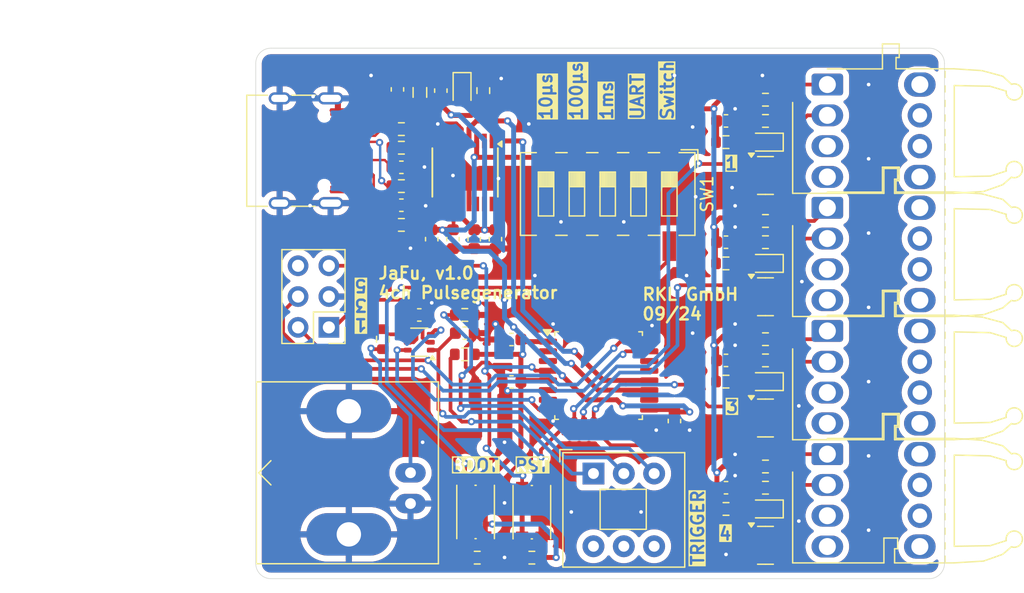
<source format=kicad_pcb>
(kicad_pcb (version 20240108) (generator "pcbnew") (generator_version "8.0")
  (layers (0 "F.Cu" signal) (31 "B.Cu" signal) (34 "B.Paste" user) (35 "F.Paste" user) (36 "B.SilkS" user "B.Silkscreen") (37 "F.SilkS" user "F.Silkscreen") (38 "B.Mask" user) (39 "F.Mask" user) (44 "Edge.Cuts" user))
  (net 0 "")
  (net 1 "GND")
  (net 2 "+5V")
  (net 3 "+3V3")
  (net 4 "Net-(D1-A)")
  (net 5 "Net-(D2-K)")
  (net 6 "Net-(D2-A)")
  (net 7 "Net-(D3-A)")
  (net 8 "Net-(D3-K)")
  (net 9 "Net-(D4-A)")
  (net 10 "Net-(D4-K)")
  (net 11 "Net-(U3-1A)")
  (net 12 "Net-(D5-A)")
  (net 13 "/CH_1")
  (net 14 "/CH_2")
  (net 15 "/CH_3")
  (net 16 "/CH_4")
  (net 17 "Net-(D1-K)")
  (net 18 "Net-(J2-In)")
  (net 19 "Net-(R4-Pad2)")
  (net 20 "Net-(U1-BOOT0)")
  (net 21 "/USBDP")
  (net 22 "/USBDM")
  (net 23 "Net-(R22-Pad1)")
  (net 27 "/UART_uC_RX")
  (net 28 "/UART_uC_TX")
  (net 29 "/~{RST}")
  (net 30 "/SWDCLK")
  (net 31 "/SWDIO")
  (net 32 "Net-(U1-PB7)")
  (net 33 "Net-(U1-PB6)")
  (net 34 "Net-(U1-PB5)")
  (net 35 "Net-(U1-PB4)")
  (net 36 "Net-(U1-PB3)")
  (net 37 "Net-(R13-Pad2)")
  (net 38 "Net-(U3-2Y)")
  (net 39 "Net-(R17-Pad2)")
  (net 40 "Net-(R20-Pad2)")
  (net 41 "Net-(R23-Pad1)")
  (net 43 "/SW_IN")
  (net 53 "/BNC_OUT")
  (net 61 "Net-(C1-Pad1)")
  (net 62 "Net-(C2-Pad1)")
  (net 63 "Net-(C3-Pad1)")
  (net 65 "Net-(J1-CC1)")
  (net 67 "Net-(J1-CC2)")
  (footprint "Button_Switch_THT:SW_Push_2P2T_Toggle_CK_PVA2OAH5xxxxxxV2" (layer "F.Cu") (at 175.8275 111.0775)
    (property "Reference" "SW3" (hide yes))
    (property "Value" "SW_Push_DPDT")
  )
  (footprint "LED_SMD:LED_0603_1608Metric" (layer "F.Cu") (at 189.98 83.75 180)
    (property "Reference" "D1" (hide yes))
    (property "Value" "LED Blue 20mA")
  )
  (footprint "LED_SMD:LED_0603_1608Metric" (layer "F.Cu") (at 165 79.5 -90)
    (property "Reference" "D5" (hide yes))
    (property "Value" "LED Blue 20mA")
  )
  (footprint "Resistor_SMD:R_0603_1608Metric" (layer "F.Cu") (at 186.75 83.75 180)
    (property "Reference" "R1" (hide yes))
    (property "Value" "470")
  )
  (footprint "Capacitor_SMD:C_0603_1608Metric" (layer "F.Cu") (at 186.75 82)
    (property "Reference" "C10" (hide yes))
    (property "Value" "4u7 / 35V")
  )
  (footprint "LED_SMD:LED_0603_1608Metric" (layer "F.Cu") (at 189.98 114 180)
    (property "Reference" "D4" (hide yes))
    (property "Value" "LED Blue 20mA")
  )
  (footprint "Connector_USB:USB_C_Receptacle_G-Switch_GT-USB-7010ASV" (layer "F.Cu") (at 151.0425 84.46 -90)
    (property "Reference" "J1" (hide yes))
    (property "Value" "USB_C_Receptacle_USB2.0_16P")
  )
  (footprint "Package_QFP:LQFP-32_7x7mm_P0.8mm" (layer "F.Cu") (at 176.25 103)
    (property "Reference" "U1" (hide yes))
    (property "Value" "STM32F030K6Tx")
  )
  (footprint "Capacitor_SMD:C_0603_1608Metric" (layer "F.Cu") (at 165.225 99.5)
    (property "Reference" "C11" (hide yes))
    (property "Value" "4u7 / 35V")
  )
  (footprint "Resistor_SMD:R_0603_1608Metric" (layer "F.Cu") (at 190 82)
    (property "Reference" "R4" (hide yes))
    (property "Value" "470")
  )
  (footprint "Connector_PinHeader_2.54mm:PinHeader_2x03_P2.54mm_Vertical" (layer "F.Cu") (at 154.025 99.025 180)
    (property "Reference" "J3" (hide yes))
    (property "Value" "Conn_02x03_Odd_Even")
  )
  (footprint "Resistor_SMD:R_0603_1608Metric" (layer "F.Cu") (at 166.75 79.5 -90)
    (property "Reference" "R24" (hide yes))
    (property "Value" "470")
  )
  (footprint "Package_TO_SOT_SMD:SOT-23" (layer "F.Cu") (at 190 86.5)
    (property "Reference" "Q1" (hide yes))
    (property "Value" "BSS138")
  )
  (footprint "Resistor_SMD:R_0603_1608Metric" (layer "F.Cu") (at 166.25 118.0175 180)
    (property "Reference" "R2" (hide yes))
    (property "Value" "470")
  )
  (footprint "Resistor_SMD:R_0603_1608Metric" (layer "F.Cu") (at 190 110.5)
    (property "Reference" "R20" (hide yes))
    (property "Value" "470")
  )
  (footprint "LED_SMD:LED_0603_1608Metric" (layer "F.Cu") (at 189.98 103.5 180)
    (property "Reference" "D3" (hide yes))
    (property "Value" "LED Blue 20mA")
  )
  (footprint "Resistor_SMD:R_0603_1608Metric" (layer "F.Cu") (at 160 90.575)
    (property "Reference" "R11" (hide yes))
    (property "Value" "5k1")
  )
  (footprint "Resistor_SMD:R_0603_1608Metric" (layer "F.Cu") (at 158.475 100 -90)
    (property "Reference" "R16" (hide yes))
    (property "Value" "470")
  )
  (footprint "Capacitor_SMD:C_0603_1608Metric" (layer "F.Cu") (at 182.5 106.75 -90)
    (property "Reference" "C13" (hide yes))
    (property "Value" "4u7 / 35V")
  )
  (footprint "Resistor_SMD:R_0603_1608Metric" (layer "F.Cu") (at 160 84.21)
    (property "Reference" "R27" (hide yes))
    (property "Value" "27")
  )
  (footprint "JaFu_Lib:HFBR-252x" (layer "F.Cu") (at 195.100177 109.48 -90)
    (property "Reference" "XT4" (hide yes))
    (property "Value" "HFBR-1521")
  )
  (footprint "Resistor_SMD:R_0603_1608Metric" (layer "F.Cu") (at 186.75 103.5 180)
    (property "Reference" "R15" (hide yes))
    (property "Value" "470")
  )
  (footprint "LED_SMD:LED_0603_1608Metric" (layer "F.Cu") (at 189.98 93.75 180)
    (property "Reference" "D2" (hide yes))
    (property "Value" "LED Blue 20mA")
  )
  (footprint "Button_Switch_SMD:SW_Push_1P1T_NO_CK_KMR2" (layer "F.Cu") (at 166.115 114.25 90)
    (property "Reference" "SW2" (hide yes))
    (property "Value" "SW_Push")
  )
  (footprint "Package_TO_SOT_SMD:SOT-363_SC-70-6" (layer "F.Cu") (at 161.475 100.25 180)
    (property "Reference" "U3" (hide yes))
    (property "Value" "SN74LVC2G14DCKR")
  )
  (footprint "Resistor_SMD:R_0603_1608Metric" (layer "F.Cu") (at 165.225 101.25)
    (property "Reference" "R22" (hide yes))
    (property "Value" "4k7")
  )
  (footprint "Capacitor_SMD:C_0603_1608Metric" (layer "F.Cu") (at 160 88.95)
    (property "Reference" "C1" (hide yes))
    (property "Value" "47p / 50V / NP0")
  )
  (footprint "Button_Switch_SMD:SW_Push_1P1T_NO_CK_KMR2" (layer "F.Cu") (at 170.75 114.2675 90)
    (property "Reference" "SW4" (hide yes))
    (property "Value" "SW_Push")
  )
  (footprint "Capacitor_SMD:C_0603_1608Metric" (layer "F.Cu") (at 186.75 112.25)
    (property "Reference" "C7" (hide yes))
    (property "Value" "4u7 / 35V")
  )
  (footprint "Connector_Coaxial:BNC_Amphenol_B6252HB-NPP3G-50_Horizontal" (layer "F.Cu") (at 160.75 111.0175 90)
    (property "Reference" "J2" (hide yes))
    (property "Value" "Conn_Coaxial")
  )
  (footprint "Capacitor_SMD:C_0603_1608Metric" (layer "F.Cu") (at 161.475 98)
    (property "Reference" "C15" (hide yes))
    (property "Value" "4u7 / 35V")
  )
  (footprint "Capacitor_SMD:C_0603_1608Metric" (layer "F.Cu") (at 169.0725 103.525 180)
    (property "Reference" "C17" (hide yes))
    (property "Value" "4u7 / 35V")
  )
  (footprint "Capacitor_SMD:C_0603_1608Metric" (layer "F.Cu") (at 167.75 91.75 -90)
    (property "Reference" "C9" (hide yes))
    (property "Value" "4u7 / 35V")
  )
  (footprint "Resistor_SMD:R_0603_1608Metric" (layer "F.Cu") (at 160 87.375)
    (property "Reference" "R26" (hide yes))
    (property "Value" "27")
  )
  (footprint "Package_SO:SSOP-16_3.9x4.9mm_P0.635mm" (layer "F.Cu") (at 165.25 86.25 -90)
    (property "Reference" "U2" (hide yes))
    (property "Value" "FT230XS")
  )
  (footprint "Package_TO_SOT_SMD:SOT-23" (layer "F.Cu") (at 190 117)
    (property "Reference" "Q4" (hide yes))
    (property "Value" "BSS138")
  )
  (footprint "Resistor_SMD:R_0603_1608Metric" (layer "F.Cu") (at 190 101.75)
    (property "Reference" "R18" (hide yes))
    (property "Value" "470")
  )
  (footprint "Package_TO_SOT_SMD:SOT-23" (layer "F.Cu") (at 190 96.5)
    (property "Reference" "Q2" (hide yes))
    (property "Value" "BSS138")
  )
  (footprint "JaFu_Lib:HFBR-252x" (layer "F.Cu") (at 195.100177 99.32 -90)
    (property "Reference" "XT3" (hide yes))
    (property "Value" "HFBR-1521")
  )
  (footprint "Resistor_SMD:R_0603_1608Metric" (layer "F.Cu") (at 186.75 93.75 180)
    (property "Reference" "R12" (hide yes))
    (property "Value" "470")
  )
  (footprint "Capacitor_SMD:C_0603_1608Metric" (layer "F.Cu") (at 186.75 101.75)
    (property "Reference" "C6" (hide yes))
    (property "Value" "4u7 / 35V")
  )
  (footprint "JaFu_Lib:HFBR-252x" (layer "F.Cu") (at 195.100177 79 -90)
    (property "Reference" "XT1" (hide yes))
    (property "Value" "HFBR-1521")
  )
  (footprint "Resistor_SMD:R_0603_1608Metric" (layer "F.Cu") (at 190 100)
    (property "Reference" "R17" (hide yes))
    (property "Value" "470")
  )
  (footprint "JaFu_Lib:HFBR-252x" (layer "F.Cu") (at 195.100177 89.16 -90)
    (property "Reference" "XT2" (hide yes))
    (property "Value" "HFBR-1521")
  )
  (footprint "Capacitor_SMD:C_0603_1608Metric" (layer "F.Cu") (at 159.675 79.4 90)
    (property "Reference" "C3" (hide yes))
    (property "Value" "4u7 / 35V")
  )
  (footprint "Resistor_SMD:R_0603_1608Metric" (layer "F.Cu") (at 160 82.675)
    (property "Reference" "R10" (hide yes))
    (property "Value" "5k1")
  )
  (footprint "Resistor_SMD:R_0603_1608Metric" (layer "F.Cu") (at 186.75 114 180)
    (property "Reference" "R19" (hide yes))
    (property "Value" "470")
  )
  (footprint "Capacitor_SMD:C_0603_1608Metric" (layer "F.Cu") (at 169.0725 100.025 180)
    (property "Reference" "C14" (hide yes))
    (property "Value" "4u7 / 35V")
  )
  (footprint "Resistor_SMD:R_0603_1608Metric" (layer "F.Cu") (at 190 80.25)
    (property "Reference" "R5" (hide yes))
    (property "Value" "470")
  )
  (footprint "Resistor_SMD:R_0603_1608Metric" (layer "F.Cu") (at 190 92)
    (property "Reference" "R13" (hide yes))
    (property "Value" "470")
  )
  (footprint "Capacitor_SMD:C_0603_1608Metric" (layer "F.Cu") (at 166 91.75 -90)
    (property "Reference" "C8" (hide yes))
    (property "Value" "4u7 / 35V")
  )
  (footprint "Resistor_SMD:R_0603_1608Metric" (layer "F.Cu") (at 190 112.25)
    (property "Reference" "R21" (hide yes))
    (property "Value" "470")
  )
  (footprint "Capacitor_SMD:C_0603_1608Metric" (layer "F.Cu") (at 162.5 91.75 -90)
    (property "Reference" "C16" (hide yes))
    (property "Value" "4u7 / 35V")
  )
  (footprint "Resistor_SMD:R_0603_1608Metric" (layer "F.Cu") (at 170.75 118.0175)
    (property "Reference" "R25" (hide yes))
    (property "Value" "470")
  )
  (footprint "Capacitor_SMD:C_0603_1608Metric" (layer "F.Cu") (at 160 85.825)
    (property "Reference" "C2" (hide yes))
    (property "Value" "47p / 50V / NP0")
  )
  (footprint "Button_Switch_SMD:SW_DIP_SPSTx05_Slide_6.7x14.26mm_W8.61mm_P2.54mm_LowProfile" (layer "F.Cu") (at 177 88.025 -90)
    (property "Reference" "SW1")
    (property "Value" "SW_DIP_x05")
  )
  (footprint "Capacitor_SMD:C_0603_1608Metric" (layer "F.Cu") (at 186.75 92)
    (property "Reference" "C5" (hide yes))
    (property "Value" "4u7 / 35V")
  )
  (footprint "Resistor_SMD:R_0603_1608Metric" (layer "F.Cu") (at 165.225 98)
    (property "Reference" "R23" (hide yes))
    (property "Value" "4k7")
  )
  (footprint "Capacitor_SMD:C_0603_1608Metric" (layer "F.Cu") (at 164.25 91.75 -90)
    (property "Reference" "C12" (hide yes))
    (property "Value" "4u7 / 35V")
  )
  (footprint "Resistor_SMD:R_0603_1608Metric" (layer "F.Cu") (at 190 90.25)
    (property "Reference" "R14" (hide yes))
    (property "Value" "470")
  )
  (footprint "Inductor_SMD:L_0805_2012Metric" (layer "F.Cu") (at 161.525 79.65 -90)
    (property "Reference" "FB1" (hide yes))
    (property "Value" "FerriteBead_Small")
  )
  (footprint "Package_TO_SOT_SMD:SOT-23" (layer "F.Cu") (at 190 106.5)
    (property "Reference" "Q3" (hide yes))
    (property "Value" "BSS138")
  )
  (footprint "Capacitor_SMD:C_0603_1608Metric" (layer "F.Cu") (at 163.25 79.5 90)
    (property "Reference" "C4" (hide yes))
    (property "Value" "4u7 / 35V")
  )
  (gr_arc (start 149.25 119.75) (mid 148.366117 119.383883) (end 148 118.5) (stroke (width 0.05)) (layer "Edge.Cuts"))
  (gr_arc (start 204.75 118.5) (mid 204.383883 119.383883) (end 203.5 119.75) (stroke (width 0.05)) (layer "Edge.Cuts"))
  (gr_line (start 204.75 118.5) (end 204.75 77.25) (stroke (width 0.05)) (layer "Edge.Cuts"))
  (gr_line (start 147.999998 77.249998) (end 147.999998 118.5) (stroke (width 0.05)) (layer "Edge.Cuts"))
  (gr_line (start 149.25 119.75) (end 203.5 119.75) (stroke (width 0.05)) (layer "Edge.Cuts"))
  (gr_arc (start 203.5 76) (mid 204.383883 76.366117) (end 204.75 77.25) (stroke (width 0.05)) (layer "Edge.Cuts"))
  (gr_line (start 203.5 76) (end 149.249998 76) (stroke (width 0.05)) (layer "Edge.Cuts"))
  (gr_arc (start 147.999998 77.249998) (mid 148.366115 76.366115) (end 149.249998 75.999998) (stroke (width 0.05)) (layer "Edge.Cuts"))
  (gr_text "3" (at 186.65 106.175 0) (layer "F.SilkS" knockout) (effects (font (size 1 1) (thickness 0.2) (bold yes)) (justify left bottom)))
  (gr_text "1" (at 186.575 86.125 0) (layer "F.SilkS" knockout) (effects (font (size 1 1) (thickness 0.2) (bold yes)) (justify left bottom)))
  (gr_text "RST" (at 169.25 111 0) (layer "F.SilkS" knockout) (effects (font (size 1 1) (thickness 0.2) (bold yes)) (justify left bottom)))
  (gr_text "UART" (at 180 82 90) (layer "F.SilkS" knockout) (effects (font (size 1 1) (thickness 0.2) (bold yes)) (justify left bottom)))
  (gr_text "Switch" (at 182.5 82 90) (layer "F.SilkS" knockout) (effects (font (size 1 1) (thickness 0.2) (bold yes)) (justify left bottom)))
  (gr_text "1\n3\n5" (at 157.25 95 180) (layer "F.SilkS" knockout) (effects (font (size 1 1) (thickness 0.2) (bold yes)) (justify left bottom)))
  (gr_text "1ms" (at 177.5 82 90) (layer "F.SilkS" knockout) (effects (font (size 1 1) (thickness 0.2) (bold yes)) (justify left bottom)))
  (gr_text "RKL GmbH\n09/24" (at 179.75 98.5 0) (layer "F.SilkS") (effects (font (size 1 1) (thickness 0.2) (bold yes)) (justify left bottom)))
  (gr_text "10µs" (at 172.5 82 90) (layer "F.SilkS" knockout) (effects (font (size 1 1) (thickness 0.2) (bold yes)) (justify left bottom)))
  (gr_text "JaFu, v1.0\n4ch Pulsegenerator" (at 158 96.75 0) (layer "F.SilkS") (effects (font (size 1 1) (thickness 0.2) (bold yes)) (justify left bottom)))
  (gr_text "BOOT" (at 164 111 0) (layer "F.SilkS" knockout) (effects (font (size 1 1) (thickness 0.2) (bold yes)) (justify left bottom)))
  (gr_text "100µs" (at 175 82 90) (layer "F.SilkS" knockout) (effects (font (size 1 1) (thickness 0.2) (bold yes)) (justify left bottom)))
  (gr_text "TRIGGER" (at 185 118.75 90) (layer "F.SilkS" knockout) (effects (font (size 1 1) (thickness 0.2) (bold yes)) (justify left bottom)))
  (gr_text "4" (at 186.075 116.65 0) (layer "F.SilkS" knockout) (effects (font (size 1 1) (thickness 0.2) (bold yes)) (justify left bottom)))
  (segment (start 165.5675 88.85) (end 165.5675 85.8175) (width 0.4064) (layer "F.Cu") (net 1))
  (segment (start 171.55 112.2175) (end 171.55 111.3) (width 0.2) (layer "F.Cu") (net 1))
  (segment (start 165.875 102.686754) (end 165.875 102.875) (width 0.3048) (layer "F.Cu") (net 1))
  (segment (start 166.5 108) (end 166 108.5) (width 0.3048) (layer "F.Cu") (net 1))
  (segment (start 168.2975 103.525) (end 168.2975 103.7975) (width 0.3048) (layer "F.Cu") (net 1))
  (segment (start 187.525 101.75) (end 187.525 100.525) (width 0.3048) (layer "F.Cu") (net 1))
  (segment (start 166.25 103.25) (end 166.25 105.25) (width 0.3048) (layer "F.Cu") (net 1))
  (segment (start 162.425 100.25) (end 162.10744 100.25) (width 0.3048) (layer "F.Cu") (net 1))
  (segment (start 187.525 111.275) (end 187.5 111.25) (width 0.3048) (layer "F.Cu") (net 1))
  (segment (start 162.25 98) (end 162.25 97.25) (width 0.3048) (layer "F.Cu") (net 1))
  (segment (start 164.9325 83.65) (end 164.9325 85.1825) (width 0.4064) (layer "F.Cu") (net 1))
  (segment (start 164.9325 82.6786) (end 164.5039 82.25) (width 0.4064) (layer "F.Cu") (net 1))
  (segment (start 167.173428 101.925928) (end 166.635826 101.925928) (width 0.3048) (layer "F.Cu") (net 1))
  (segment (start 165.5 97) (end 162.5 97) (width 0.3048) (layer "F.Cu") (net 1))
  (segment (start 168.2975 103.7975) (end 168.75 104.25) (width 0.3048) (layer "F.Cu") (net 1))
  (segment (start 187.5 81.975) (end 187.525 82) (width 0.3048) (layer "F.Cu") (net 1))
  (segment (start 166 98.05) (end 166.05 98) (width 0.3048) (layer "F.Cu") (net 1))
  (segment (start 165.2976 100.6774) (end 165.2976 102.2976) (width 0.3048) (layer "F.Cu") (net 1))
  (segment (start 166.5 105.5) (end 166.5 108) (width 0.3048) (layer "F.Cu") (net 1))
  (segment (start 166.05 97.55) (end 165.5 97) (width 0.3048) (layer "F.Cu") (net 1))
  (segment (start 164.9325 83.65) (end 164.9325 82.6786) (width 0.4064) (layer "F.Cu") (net 1))
  (segment (start 165.5675 85.8175) (end 164.9325 85.1825) (width 0.4064) (layer "F.Cu") (net 1))
  (segment (start 166 99.5) (end 166 99.975) (width 0.3048) (layer "F.Cu") (net 1))
  (segment (start 166 99.5) (end 166 98.05) (width 0.3048) (layer "F.Cu") (net 1))
  (segment (start 165.875 102.875) (end 166.25 103.25) (width 0.3048) (layer "F.Cu") (net 1))
  (segment (start 166.05 98) (end 166.05 97.55) (width 0.3048) (layer "F.Cu") (net 1))
  (segment (start 166.635826 101.925928) (end 165.875 102.686754) (width 0.3048) (layer "F.Cu") (net 1))
  (segment (start 187.525 90.775) (end 187.5 90.75) (width 0.3048) (layer "F.Cu") (net 1))
  (segment (start 171.55 111.3) (end 170.75 110.5) (width 0.2) (layer "F.Cu") (net 1))
  (segment (start 187.525 112.25) (end 187.525 111.275) (width 0.3048) (layer "F.Cu") (net 1))
  (segment (start 166.25 103.25) (end 166.25 103.5) (width 0.3048) (layer "F.Cu") (net 1))
  (segment (start 187.525 92) (end 187.525 90.775) (width 0.3048) (layer "F.Cu") (net 1))
  (segment (start 164.5 82.25) (end 163 82.25) (width 0.4064) (layer "F.Cu") (net 1))
  (segment (start 163 82.25) (end 163.25 82.25) (width 0.4064) (layer "F.Cu") (net 1))
  (segment (start 168.2975 103.525) (end 168.2975 103.05) (width 0.3048) (layer "F.Cu") (net 1))
  (segment (start 187.5 81) (end 187.5 81.975) (width 0.3048) (layer "F.Cu") (net 1))
  (segment (start 170.75 110.5) (end 170.75 108.25) (width 0.2) (layer "F.Cu") (net 1))
  (segment (start 168.2975 103.05) (end 167.173428 101.925928) (width 0.3048) (layer "F.Cu") (net 1))
  (segment (start 162.10744 100.25) (end 161.7476 99.89016) (width 0.3048) (layer "F.Cu") (net 1))
  (segment (start 168.2975 100.025) (end 166.525 100.025) (width 0.3048) (layer "F.Cu") (net 1))
  (segment (start 161.7476 98.5024) (end 162.25 98) (width 0.3048) (layer "F.Cu") (net 1))
  (segment (start 187.525 100.525) (end 187.5 100.5) (width 0.3048) (layer "F.Cu") (net 1))
  (segment (start 162.25 97.25) (end 162.5 97) (width 0.3048) (layer "F.Cu") (net 1))
  (segment (start 164.5039 82.25) (end 164.5 82.25) (width 0.4064) (layer "F.Cu") (net 1))
  (segment (start 166.25 105.25) (end 166.5 105.5) (width 0.3048) (layer "F.Cu") (net 1))
  (segment (start 166.525 100.025) (end 166 99.5) (width 0.3048) (layer "F.Cu") (net 1))
  (segment (start 161.7476 99.89016) (end 161.7476 98.5024) (width 0.3048) (layer "F.Cu") (net 1))
  (segment (start 171 94.75) (end 166.25 94.75) (width 0.2) (layer "F.Cu") (net 1))
  (segment (start 166 99.975) (end 165.2976 100.6774) (width 0.3048) (layer "F.Cu") (net 1))
  (segment (start 170.75 108.25) (end 171.25 107.75) (width 0.2) (layer "F.Cu") (net 1))
  (segment (start 165.2976 102.2976) (end 165.875 102.875) (width 0.3048) (layer "F.Cu") (net 1))
  (via (at 184 82.5) (size 0.6) (drill 0.3) (layers "F.Cu" "B.Cu") (net 1))
  (via (at 186.75 117.75) (size 0.6) (drill 0.3) (layers "F.Cu" "B.Cu") (net 1))
  (via (at 171 94.75) (size 0.6) (drill 0.3) (layers "F.Cu" "B.Cu") (net 1))
  (via (at 198.5 91.25) (size 0.6) (drill 0.3) (layers "F.Cu" "B.Cu") (net 1))
  (via (at 184.25 88.25) (size 0.6) (drill 0.3) (layers "F.Cu" "B.Cu") (net 1))
  (via (at 160.75 92.5) (size 0.6) (drill 0.3) (layers "F.Cu" "B.Cu") (net 1))
  (via (at 168.5 108.5) (size 0.6) (drill 0.3) (layers "F.Cu" "B.Cu") (net 1))
  (via (at 198.5 85.125) (size 0.6) (drill 0.3) (layers "F.Cu" "B.Cu") (net 1))
  (via (at 180.65 98.875) (size 0.6) (drill 0.3) (layers "F.Cu" "B.Cu") (net 1))
  (via (at 192.75 105.5) (size 0.6) (drill 0.3) (layers "F.Cu" "B.Cu") (net 1))
  (via (at 161.75 108.5) (size 0.6) (drill 0.3) (layers "F.Cu" "B.Cu") (net 1))
  (via (at 164.25 86.5) (size 0.6) (drill 0.3) (layers "F.Cu" "B.Cu") (net 1))
  (via (at 183.75 107.5) (size 0.6) (drill 0.3) (layers "F.Cu" "B.Cu") (net 1))
  (via (at 181 107.5) (size 0.6) (drill 0.3) (layers "F.Cu" "B.Cu") (net 1))
  (via (at 157.5 78.25) (size 0.6) (drill 0.3) (layers "F.Cu" "B.Cu") (net 1))
  (via (at 187.5 89) (size 0.6) (drill 0.3) (layers "F.Cu" "B.Cu") (net 1))
  (via (at 187.5 98.75) (size 0.6) (drill 0.3) (layers "F.Cu" "B.Cu") (net 1))
  (via (at 187.5 81) (size 0.6) (drill 0.3) (layers "F.Cu" "B.Cu") (net 1))
  (via (at 192.75 115) (size 0.6) (drill 0.3) (layers "F.Cu" "B.Cu") (net 1))
  (via (at 152.7275 79.985) (size 0.6) (drill 0.3) (layers "F.Cu" "B.Cu") (net 1))
  (via (at 167.75 98.75) (size 0.6) (drill 0.3) (layers "F.Cu" "B.Cu") (net 1))
  (via (at 172.5 98.75) (size 0.6) (drill 0.3) (layers "F.Cu" "B.Cu") (net 1))
  (via (at 187.5 90.75) (size 0.6) (drill 0.3) (layers "F.Cu" "B.Cu") (net 1))
  (via (at 173.15 90.325) (size 0.6) (drill 0.3) (layers "F.Cu" "B.Cu") (net 1))
  (via (at 198.5 109.625) (size 0.6) (drill 0.3) (layers "F.Cu" "B.Cu") (net 1))
  (via (at 183.5 94.75) (size 0.6) (drill 0.3) (layers "F.Cu" "B.Cu") (net 1))
  (via (at 198.5 115.75) (size 0.6) (drill 0.3) (layers "F.Cu" "B.Cu") (net 1))
  (via (at 187.25 87.5) (size 0.6) (drill 0.3) (layers "F.Cu" "B.Cu") (net 1))
  (via (at 162.5 97) (size 0.6) (drill 0.3) (layers "F.Cu" "B.Cu") (net 1))
  (via (at 189.75 78.25) (size 0.6) (drill 0.3) (layers "F.Cu" "B.Cu") (net 1))
  (via (at 168.5 113.5) (size 0.6) (drill 0.3) (layers "F.Cu" "B.Cu") (net 1))
  (via (at 162 89) (size 0.6) (drill 0.3) (layers "F.Cu" "B.Cu") (net 1))
  (via (at 187.5 111.25) (size 0.6) (drill 0.3) (layers "F.Cu" "B.Cu") (net 1))
  (via (at 168.225 78.5) (size 0.6) (drill 0.3) (layers "F.Cu" "B.Cu") (net 1))
  (via (at 198.5 97.375) (size 0.6) (drill 0.3) (layers "F.Cu" "B.Cu") (net 1))
  (via (at 166.5 110.75) (size 0.6) (drill 0.3) (layers "F.Cu" "B.Cu") (net 1))
  (via (at 178.325 90.325) (size 0.6) (drill 0.3) (layers "F.Cu" "B.Cu") (net 1))
  (via (at 182.5 78.25) (size 0.6) (drill 0.3) (layers "F.Cu" "B.Cu") (net 1))
  (via (at 187.5 100.5) (size 0.6) (drill 0.3) (layers "F.Cu" "B.Cu") (net 1))
  (via (at 193 95.25) (size 0.6) (drill 0.3) (layers "F.Cu" "B.Cu") (net 1))
  (via (at 172.5 106.75) (size 0.6) (drill 0.3) (layers "F.Cu" "B.Cu") (net 1))
  (via (at 198.5 103.5) (size 0.6) (drill 0.3) (layers "F.Cu" "B.Cu") (net 1))
  (via (at 168.75 104.25) (size 0.6) (drill 0.3) (layers "F.Cu" "B.Cu") (net 1))
  (via (at 174 114.25) (size 0.6) (drill 0.3) (layers "F.Cu" "B.Cu") (net 1))
  (via (at 184 99.5) (size 0.6) (drill 0.3) (layers "F.Cu" "B.Cu") (net 1))
  (via (at 166.2976 97) (size 0.6) (drill 0.3) (layers "F.Cu" "B.Cu") (net 1))
  (via (at 168 86.75) (size 0.6) (drill 0.3) (layers "F.Cu" "B.Cu") (net 1))
  (via (at 163 82.25) (size 0.6) (drill 0.3) (layers "F.Cu" "B.Cu") (net 1))
  (via (at 170.5 82.25) (size 0.6) (drill 0.3) (layers "F.Cu" "B.Cu") (net 1))
  (via (at 198.5 79) (size 0.6) (drill 0.3) (layers "F.Cu" "B.Cu") (net 1))
  (via (at 152.4775 88.985) (size 0.6) (drill 0.3) (layers "F.Cu" "B.Cu") (net 1))
  (via (at 187.5 109.5) (size 0.6) (drill 0.3) (layers "F.Cu" "B.Cu") (net 1))
  (via (at 168.5 118) (size 0.6) (drill 0.3) (layers "F.Cu" "B.Cu") (net 1))
  (via (at 161.9 85.8) (size 0.6) (drill 0.3) (layers "F.Cu" "B.Cu") (net 1))
  (via (at 179.75 114.25) (size 0.6) (drill 0.3) (layers "F.Cu" "B.Cu") (net 1))
  (segment (start 172.5 106.75) (end 180.25 106.75) (width 0.3048) (layer "B.Cu") (net 1))
  (segment (start 180.25 106.75) (end 181 107.5) (width 0.3048) (layer "B.Cu") (net 1))
  (segment (start 172.5 105.25) (end 172.5 106.75) (width 0.3048) (layer "B.Cu") (net 1))
  (segment (start 168.75 104.25) (end 171.5 104.25) (width 0.3048) (layer "B.Cu") (net 1))
  (segment (start 171.5 104.25) (end 172.5 105.25) (width 0.3048) (layer "B.Cu") (net 1))
  (segment (start 188.925 99.75) (end 189.175 100) (width 0.4064) (layer "F.Cu") (net 2))
  (segment (start 163.3125 80.3375) (end 163.25 80.275) (width 0.4064) (layer "F.Cu") (net 2))
  (segment (start 185.975 92) (end 185.975 90.975) (width 0.4064) (layer "F.Cu") (net 2))
  (segment (start 166.75 80.325) (end 166.75 80.545008) (width 0.4064) (layer "F.Cu") (net 2))
  (segment (start 166.75 80.5) (end 167.25 81) (width 0.4064) (layer "F.Cu") (net 2))
  (segment (start 185.75 90.75) (end 185.75 90.5) (width 0.4064) (layer "F.Cu") (net 2))
  (segment (start 185.975 83.7) (end 185.925 83.75) (width 0.4064) (layer "F.Cu") (net 2))
  (segment (start 164.1 81.5) (end 163.3125 80.7125) (width 0.4064) (layer "F.Cu") (net 2))
  (segment (start 186 111) (end 186 112.225) (width 0.4064) (layer "F.Cu") (net 2))
  (segment (start 186.25 90) (end 188.5 90) (width 0.4064) (layer "F.Cu") (net 2))
  (segment (start 189.175 110.5) (end 186.5 110.5) (width 0.4064) (layer "F.Cu") (net 2))
  (segment (start 185.925 114) (end 185.925 112.3) (width 0.4064) (layer "F.Cu") (net 2))
  (segment (start 186 112.225) (end 185.975 112.25) (width 0.4064) (layer "F.Cu") (net 2))
  (segment (start 166.75 80.325) (end 166.75 80.5) (width 0.4064) (layer "F.Cu") (net 2))
  (segment (start 166.857178 90.99603) (end 166.878208 90.975) (width 0.4826) (layer "F.Cu") (net 2))
  (segment (start 185.75 81.775) (end 185.975 82) (width 0.4064) (layer "F.Cu") (net 2))
  (segment (start 185.75 81) (end 185.75 81.775) (width 0.4064) (layer "F.Cu") (net 2))
  (segment (start 162.8125 80.7125) (end 163.25 80.275) (width 0.3048) (layer "F.Cu") (net 2))
  (segment (start 188.75 90.25) (end 189.175 90.25) (width 0.4064) (layer "F.Cu") (net 2))
  (segment (start 186.25 80.25) (end 189.175 80.25) (width 0.4064) (layer "F.Cu") (net 2))
  (segment (start 167.25 81) (end 185.75 81) (width 0.4064) (layer "F.Cu") (net 2))
  (segment (start 189.175 111.25) (end 189.175 110.5) (width 0.4064) (layer "F.Cu") (net 2))
  (segment (start 185.75 81) (end 185.75 80.75) (width 0.4064) (layer "F.Cu") (net 2))
  (segment (start 185.975 90.975) (end 185.75 90.75) (width 0.4064) (layer "F.Cu") (net 2))
  (segment (start 164.9325 89.9075) (end 166 90.975) (width 0.4064) (layer "F.Cu") (net 2))
  (segment (start 185.925 93.75) (end 185.925 92.05) (width 0.3048) (layer "F.Cu") (net 2))
  (segment (start 163.3125 80.7125) (end 163.3125 80.3375) (width 0.4064) (layer "F.Cu") (net 2))
  (segment (start 185.75 90.5) (end 186.25 90) (width 0.4064) (layer "F.Cu") (net 2))
  (segment (start 185.75 80.75) (end 186.25 80.25) (width 0.4064) (layer "F.Cu") (net 2))
  (segment (start 186.5 110.5) (end 186 111) (width 0.4064) (layer "F.Cu") (net 2))
  (segment (start 185.975 101.75) (end 185.975 100.725) (width 0.4064) (layer "F.Cu") (net 2))
  (segment (start 186.5 99.75) (end 188.925 99.75) (width 0.4064) (layer "F.Cu") (net 2))
  (segment (start 189.175 90.25) (end 189.175 92) (width 0.4064) (layer "F.Cu") (net 2))
  (segment (start 185.925 103.5) (end 185.925 101.8) (width 0.4064) (layer "F.Cu") (net 2))
  (segment (start 166 90.975) (end 166.836148 90.975) (width 0.4826) (layer "F.Cu") (net 2))
  (segment (start 185.925 101.8) (end 185.975 101.75) (width 0.4064) (layer "F.Cu") (net 2))
  (segment (start 166.878208 90.975) (end 167.75 90.975) (width 0.4826) (layer "F.Cu") (net 2))
  (segment (start 185.925 112.3) (end 185.975 112.25) (width 0.4064) (layer "F.Cu") (net 2))
  (segment (start 185.925 92.05) (end 185.975 92) (width 0.3048) (layer "F.Cu") (net 2))
  (segment (start 185.975 100.725) (end 185.75 100.5) (width 0.4064) (layer "F.Cu") (net 2))
  (segment (start 164.9325 88.85) (end 164.9325 89.9075) (width 0.4064) (layer "F.Cu") (net 2))
  (segment (start 166.836148 90.975) (end 166.857178 90.99603) (width 0.4826) (layer "F.Cu") (net 2))
  (segment (start 185.75 100.5) (end 186.5 99.75) (width 0.4064) (layer "F.Cu") (net 2))
  (segment (start 185.975 82) (end 185.975 83.7) (width 0.4064) (layer "F.Cu") (net 2))
  (segment (start 161.525 80.7125) (end 162.8125 80.7125) (width 0.3048) (layer "F.Cu") (net 2))
  (segment (start 164.15 81.55) (end 164.1 81.5) (width 0.4064) (layer "F.Cu") (net 2))
  (segment (start 189.175 82) (end 189.175 80.25) (width 0.4064) (layer "F.Cu") (net 2))
  (segment (start 165.745008 81.55) (end 164.15 81.55) (width 0.4064) (layer "F.Cu") (net 2))
  (segment (start 188.5 90) (end 188.75 90.25) (width 0.4064) (layer "F.Cu") (net 2))
  (segment (start 189.175 112.25) (end 189.175 111.25) (width 0.4064) (layer "F.Cu") (net 2))
  (segment (start 166.75 80.545008) (end 165.745008 81.55) (width 0.4064) (layer "F.Cu") (net 2))
  (segment (start 189.175 100) (end 189.175 101.75) (width 0.4064) (layer "F.Cu") (net 2))
  (via (at 186 111) (size 0.6) (drill 0.3) (layers "F.Cu" "B.Cu") (net 2))
  (via (at 164.1 81.5) (size 0.6) (drill 0.3) (layers "F.Cu" "B.Cu") (net 2))
  (via (at 166.857178 90.99603) (size 0.6) (drill 0.3) (layers "F.Cu" "B.Cu") (net 2))
  (via (at 185.75 90.75) (size 0.6) (drill 0.3) (layers "F.Cu" "B.Cu") (net 2))
  (via (at 185.75 100.5) (size 0.6) (drill 0.3) (layers "F.Cu" "B.Cu") (net 2))
  (via (at 185.75 81) (size 0.6) (drill 0.3) (layers "F.Cu" "B.Cu") (net 2))
  (segment (start 164.75 81.5) (end 166.857178 83.607178) (width 0.4064) (layer "B.Cu") (net 2))
  (segment (start 185.75 81) (end 185.75 90.75) (width 0.4064) (layer "B.Cu") (net 2))
  (segment (start 185.75 90.75) (end 185.75 100.5) (width 0.4064) (layer "B.Cu") (net 2))
  (segment (start 185.75 110.75) (end 186 111) (width 0.4064) (layer "B.Cu") (net 2))
  (segment (start 185.75 100.5) (end 185.75 110.75) (width 0.4064) (layer "B.Cu") (net 2))
  (segment (start 164.1 81.5) (end 164.75 81.5) (width 0.4064) (layer "B.Cu") (net 2))
  (segment (start 166.857178 83.607178) (end 166.857178 90.99603) (width 0.4064) (layer "B.Cu") (net 2))
  (segment (start 163.6625 89.615) (end 164.2975 90.25) (width 0.3048) (layer "F.Cu") (net 3))
  (segment (start 182.525 106) (end 182.5 105.975) (width 0.4064) (layer "F.Cu") (net 3))
  (segment (start 169.8475 100.025) (end 169.8475 99.5975) (width 0.4064) (layer "F.Cu") (net 3))
  (segment (start 177.75 105) (end 178.25 105.5) (width 0.4064) (layer "F.Cu") (net 3))
  (segment (start 166.2025 84.7975) (end 166 85) (width 0.4064) (layer "F.Cu") (net 3))
  (segment (start 154.475 99.025) (end 156.75 96.75) (width 0.3048) (layer "F.Cu") (net 3))
  (segment (start 166.2025 83.65) (end 166.2025 84.7975) (width 0.4064) (layer "F.Cu") (net 3))
  (segment (start 172.75 118) (end 171.5925 118) (width 0.4064) (layer "F.Cu") (net 3))
  (segment (start 156.75 96.75) (end 160.75 96.75) (width 0.3048) (layer "F.Cu") (net 3))
  (segment (start 169.695 101.25) (end 169.8475 101.4025) (width 0.4064) (layer "F.Cu") (net 3))
  (segment (start 180.425 105.8) (end 182.325 105.8) (width 0.4064) (layer "F.Cu") (net 3))
  (segment (start 164.2975 90.9275) (end 164.25 90.975) (width 0.3048) (layer "F.Cu") (net 3))
  (segment (start 161.2428 100.0072) (end 161.2428 98.5428) (width 0.3048) (layer "F.Cu") (net 3))
  (segment (start 170.805 85) (end 171.92 83.885) (width 0.4064) (layer "F.Cu") (net 3))
  (segment (start 174.46 83.885) (end 177 83.885) (width 0.3048) (layer "F.Cu") (net 3))
  (segment (start 166.915 111.835) (end 166.915 112.2) (width 0.4064) (layer "F.Cu") (net 3))
  (segment (start 163.6625 88.85) (end 163.6625 89.615) (width 0.3048) (layer "F.Cu") (net 3))
  (segment (start 166.05 101.25) (end 169.695 101.25) (width 0.4064) (layer "F.Cu") (net 3))
  (segment (start 170.0225 100.2) (end 169.8475 100.025) (width 0.4064) (layer "F.Cu") (net 3))
  (segment (start 166 85) (end 170.805 85) (width 0.4064) (layer "F.Cu") (net 3))
  (segment (start 183.75 106) (end 182.525 106) (width 0.4064) (layer "F.Cu") (net 3))
  (segment (start 163.359246 90.975) (end 163.382656 90.99841) (width 0.4826) (layer "F.Cu") (net 3))
  (segment (start 169.8475 99.5975) (end 169.25 99) (width 0.4064) (layer "F.Cu") (net 3))
  (segment (start 164.2975 88.85) (end 164.2975 90.25) (width 0.3048) (layer "F.Cu") (net 3))
  (segment (start 178.75 83.885) (end 177 83.885) (width 0.3048) (layer "F.Cu") (net 3))
  (segment (start 175.255085 105) (end 175.75 105) (width 0.4064) (layer "F.Cu") (net 3))
  (segment (start 166.915 115.25) (end 166.915 116.3) (width 0.4064) (layer "F.Cu") (net 3))
  (segment (start 166.915 115.25) (end 167.5 115.25) (width 0.4064) (layer "F.Cu") (net 3))
  (segment (start 169.8475 108.9025) (end 166.915 111.835) (width 0.4064) (layer "F.Cu") (net 3))
  (segment (start 182.08 83.885) (end 178.75 83.885) (width 0.3048) (layer "F.Cu") (net 3))
  (segment (start 164.2975 90.25) (end 164.2975 90.9275) (width 0.3048) (layer "F.Cu") (net 3))
  (segment (start 171.92 83.885) (end 174.46 83.885) (width 0.3048) (layer "F.Cu") (net 3))
  (segment (start 179.54 83.885) (end 178.75 83.885) (width 0.3048) (layer "F.Cu") (net 3))
  (segment (start 169.9725 103.4) (end 169.8475 103.525) (width 0.4064) (layer "F.Cu") (net 3))
  (segment (start 161.2428 98.5428) (end 160.7 98) (width 0.3048) (layer "F.Cu") (net 3))
  (segment (start 172.075 100.2) (end 170.0225 100.2) (width 0.4064) (layer "F.Cu") (net 3))
  (segment (start 175.75 105) (end 177.75 105) (width 0.4064) (layer "F.Cu") (net 3))
  (segment (start 169.8475 101.4025) (end 170 101.25) (width 0.4064) (layer "F.Cu") (net 3))
  (segment (start 160.7 98) (end 160.7 96.8) (width 0.4064) (layer "F.Cu") (net 3))
  (segment (start 182.325 105.8) (end 182.5 105.975) (width 0.4064) (layer "F.Cu") (net 3))
  (segment (start 161 100.25) (end 161.2428 100.0072) (width 0.3048) (layer "F.Cu") (net 3))
  (segment (start 163.382656 90.99841) (end 163.406066 90.975) (width 0.4826) (layer "F.Cu") (net 3))
  (segment (start 169.8475 103.525) (end 169.8475 101.4025) (width 0.4064) (layer "F.Cu") (net 3))
  (segment (start 173.260732 103.005647) (end 175.255085 105) (width 0.4064) (layer "F.Cu") (net 3))
  (segment (start 160.525 100.25) (end 161 100.25) (width 0.3048) (layer "F.Cu") (net 3))
  (segment (start 171.5925 118) (end 171.575 118.0175) (width 0.4064) (layer "F.Cu") (net 3))
  (segment (start 168 96.25) (end 168.5 96.75) (width 0.3048) (layer "F.Cu") (net 3))
  (segment (start 163.406066 90.975) (end 164.25 90.975) (width 0.4826) (layer "F.Cu") (net 3))
  (segment (start 154.025 99.025) (end 154.475 99.025) (width 0.3048) (layer "F.Cu") (net 3))
  (segment (start 172.075 103.4) (end 169.9725 103.4) (width 0.4064) (layer "F.Cu") (net 3))
  (segment (start 160.75 96.75) (end 161.25 96.25) (width 0.3048) (layer "F.Cu") (net 3))
  (segment (start 160.7 96.8) (end 160.75 96.75) (width 0.4064) (layer "F.Cu") (net 3))
  (segment (start 166.915 112.2) (end 166.915 115.25) (width 0.4064) (layer "F.Cu") (net 3))
  (segment (start 169.8475 103.525) (end 169.8475 108.9025) (width 0.4064) (layer "F.Cu") (net 3))
  (segment (start 162.5 90.975) (end 163.359246 90.975) (width 0.4826) (layer "F.Cu") (net 3))
  (segment (start 161.25 96.25) (end 168 96.25) (width 0.3048) (layer "F.Cu") (net 3))
  (via (at 167.5 115.25) (size 0.6) (drill 0.3) (layers "F.Cu" "B.Cu") (net 3))
  (via (at 173.260732 103.005647) (size 0.6) (drill 0.3) (layers "F.Cu" "B.Cu") (net 3))
  (via (at 170 101.25) (size 0.6) (drill 0.3) (layers "F.Cu" "B.Cu") (net 3))
  (via (at 168.5 96.75) (size 0.6) (drill 0.3) (layers "F.Cu" "B.Cu") (net 3))
  (via (at 166 85) (size 0.6) (drill 0.3) (layers "F.Cu" "B.Cu") (net 3))
  (via (at 172.75 118) (size 0.6) (drill 0.3) (layers "F.Cu" "B.Cu") (net 3))
  (via (at 163.382656 90.99841) (size 0.6) (drill 0.3) (layers "F.Cu" "B.Cu") (net 3))
  (via (at 183.75 106) (size 0.6) (drill 0.3) (layers "F.Cu" "B.Cu") (net 3))
  (via (at 169.25 99) (size 0.6) (drill 0.3) (layers "F.Cu" "B.Cu") (net 3))
  (via (at 178.25 105.5) (size 0.6) (drill 0.3) (layers "F.Cu" "B.Cu") (net 3))
  (segment (start 168.5 98.25) (end 169.25 99) (width 0.4064) (layer "B.Cu") (net 3))
  (segment (start 183.25 105.5) (end 183.75 106) (width 0.4064) (layer "B.Cu") (net 3))
  (segment (start 169.25 99) (end 170.125 99.875) (width 0.4064) (layer "B.Cu") (net 3))
  (segment (start 170.125 99.875) (end 173.255647 103.005647) (width 0.4064) (layer "B.Cu") (net 3))
  (segment (start 170.125 99.875) (end 170 100) (width 0.4064) (layer "B.Cu") (net 3))
  (segment (start 173.255647 103.005647) (end 173.260732 103.005647) (width 0.4064) (layer "B.Cu") (net 3))
  (segment (start 165.134246 92.75) (end 167.25 92.75) (width 0.4064) (layer "B.Cu") (net 3))
  (segment (start 168.5 96.75) (end 168.5 98.25) (width 0.4064) (layer "B.Cu") (net 3))
  (segment (start 163.382656 90.99841) (end 165.134246 92.75) (width 0.4064) (layer "B.Cu") (net 3))
  (segment (start 165.25159 90.99841) (end 163.382656 90.99841) (width 0.4064) (layer "B.Cu") (net 3))
  (segment (start 166 85) (end 166 90.25) (width 0.4064) (layer "B.Cu") (net 3))
  (segment (start 167.5 115.25) (end 171.5 115.25) (width 0.4064) (layer "B.Cu") (net 3))
  (segment (start 178.25 105.5) (end 183.25 105.5) (width 0.4064) (layer "B.Cu") (net 3))
  (segment (start 172.75 116.5) (end 172.75 118) (width 0.4064) (layer "B.Cu") (net 3))
  (segment (start 166 90.25) (end 165.25159 90.99841) (width 0.4064) (layer "B.Cu") (net 3))
  (segment (start 168.5 94) (end 168.5 96.75) (width 0.4064) (layer "B.Cu") (net 3))
  (segment (start 171.5 115.25) (end 172.75 116.5) (width 0.4064) (layer "B.Cu") (net 3))
  (segment (start 167.25 92.75) (end 168.5 94) (width 0.4064) (layer "B.Cu") (net 3))
  (segment (start 170 100) (end 170 101.25) (width 0.4064) (layer "B.Cu") (net 3))
  (segment (start 189.1925 83.75) (end 187.575 83.75) (width 0.3048) (layer "F.Cu") (net 4))
  (segment (start 190.9375 93.92) (end 190.7675 93.75) (width 0.3048) (layer "F.Cu") (net 5))
  (segment (start 193.3 91.7) (end 195.100177 91.7) (width 0.3048) (layer "F.Cu") (net 5))
  (segment (start 190.7675 93.75) (end 191.25 93.75) (width 0.3048) (layer "F.Cu") (net 5))
  (segment (start 191.25 93.75) (end 193.3 91.7) (width 0.3048) (layer "F.Cu") (net 5))
  (segment (start 190.9375 96.5) (end 190.9375 93.92) (width 0.3048) (layer "F.Cu") (net 5))
  (segment (start 189.1925 93.75) (end 187.575 93.75) (width 0.3048) (layer "F.Cu") (net 6))
  (segment (start 189.1925 103.5) (end 187.575 103.5) (width 0.3048) (layer "F.Cu") (net 7))
  (segment (start 192.89 101.86) (end 195.100177 101.86) (width 0.3048) (layer "F.Cu") (net 8))
  (segment (start 190.7675 103.5) (end 191.25 103.5) (width 0.3048) (layer "F.Cu") (net 8))
  (segment (start 190.9375 106.5) (end 190.9375 103.67) (width 0.3048) (layer "F.Cu") (net 8))
  (segment (start 191.25 103.5) (end 192.89 101.86) (width 0.3048) (layer "F.Cu") (net 8))
  (segment (start 190.9375 103.67) (end 190.7675 103.5) (width 0.3048) (layer "F.Cu") (net 8))
  (segment (start 189.1925 114) (end 187.575 114) (width 0.3048) (layer "F.Cu") (net 9))
  (segment (start 192.73 112.02) (end 195.100177 112.02) (width 0.3048) (layer "F.Cu") (net 10))
  (segment (start 190.9375 117) (end 190.9375 114.17) (width 0.3048) (layer "F.Cu") (net 10))
  (segment (start 190.9375 114.17) (end 190.7675 114) (width 0.3048) (layer "F.Cu") (net 10))
  (segment (start 190.7675 113.9825) (end 192.73 112.02) (width 0.3048) (layer "F.Cu") (net 10))
  (segment (start 190.7675 114) (end 190.7675 113.9825) (width 0.3048) (layer "F.Cu") (net 10))
  (segment (start 163.05 100.9) (end 163.05 105.786541) (width 0.3048) (layer "F.Cu") (net 11))
  (segment (start 162.425 100.9) (end 163.05 100.9) (width 0.3048) (layer "F.Cu") (net 11))
  (segment (start 163.05 105.786541) (end 163.403368 106.139909) (width 0.3048) (layer "F.Cu") (net 11))
  (segment (start 163.05 100.9) (end 164.45 99.5) (width 0.3048) (layer "F.Cu") (net 11))
  (via (at 163.403368 106.139909) (size 0.6) (drill 0.3) (layers "F.Cu" "B.Cu") (net 11))
  (segment (start 178.3275 111.0775) (end 177 109.75) (width 0.3048) (layer "B.Cu") (net 11))
  (segment (start 165.569457 106.0096) (end 165.174257 106.4048) (width 0.3048) (layer "B.Cu") (net 11))
  (segment (start 169.71684 106.0096) (end 165.569457 106.0096) (width 0.3048) (layer "B.Cu") (net 11))
  (segment (start 165.174257 106.4048) (end 163.668259 106.4048) (width 0.3048) (layer "B.Cu") (net 11))
  (segment (start 163.668259 106.4048) (end 163.403368 106.139909) (width 0.3048) (layer "B.Cu") (net 11))
  (segment (start 173.45724 109.75) (end 169.71684 106.0096) (width 0.3048) (layer "B.Cu") (net 11))
  (segment (start 177 109.75) (end 173.45724 109.75) (width 0.3048) (layer "B.Cu") (net 11))
  (segment (start 165 80.2875) (end 165.1375 80.2875) (width 0.3048) (layer "F.Cu") (net 12))
  (segment (start 165.1375 80.2875) (end 166.75 78.675) (width 0.3048) (layer "F.Cu") (net 12))
  (segment (start 174.25 105.787589) (end 174.193617 105.731206) (width 0.3048) (layer "F.Cu") (net 13))
  (segment (start 174.25 107.175) (end 174.25 105.787589) (width 0.3048) (layer "F.Cu") (net 13))
  (segment (start 184.55 85.55) (end 189.0625 85.55) (width 0.3048) (layer "F.Cu") (net 13))
  (segment (start 184.5 85.5) (end 184.55 85.55) (width 0.3048) (layer "F.Cu") (net 13))
  (via (at 174.193617 105.731206) (size 0.6) (drill 0.3) (layers "F.Cu" "B.Cu") (net 13))
  (via (at 184.5 85.5) (size 0.6) (drill 0.3) (layers "F.Cu" "B.Cu") (net 13))
  (segment (start 174.268794 105.731206) (end 174.193617 105.731206) (width 0.3048) (layer "B.Cu") (net 13))
  (segment (start 182 88) (end 182 100.536104) (width 0.3048) (layer "B.Cu") (net 13))
  (segment (start 180.290904 102.2452) (end 177.7548 102.2452) (width 0.3048) (layer "B.Cu") (net 13))
  (segment (start 182 100.536104) (end 180.290904 102.2452) (width 0.3048) (layer "B.Cu") (net 13))
  (segment (start 177.7548 102.2452) (end 174.268794 105.731206) (width 0.3048) (layer "B.Cu") (net 13))
  (segment (start 184.5 85.5) (end 182 88) (width 0.3048) (layer "B.Cu") (net 13))
  (segment (start 175 107.125) (end 175.05 107.175) (width 0.3048) (layer "F.Cu") (net 14))
  (segment (start 182.95 95.55) (end 182.75 95.75) (width 0.3048) (layer "F.Cu") (net 14))
  (segment (start 189.0625 95.55) (end 182.95 95.55) (width 0.3048) (layer "F.Cu") (net 14))
  (segment (start 175 106) (end 175 107.125) (width 0.3048) (layer "F.Cu") (net 14))
  (via (at 175 106) (size 0.6) (drill 0.3) (layers "F.Cu" "B.Cu") (net 14))
  (via (at 182.75 95.75) (size 0.6) (drill 0.3) (layers "F.Cu" "B.Cu") (net 14))
  (segment (start 178 102.75) (end 175 105.75) (width 0.3048) (layer "B.Cu") (net 14))
  (segment (start 182.75 95.75) (end 182.75 100.5) (width 0.3048) (layer "B.Cu") (net 14))
  (segment (start 180.5 102.75) (end 178 102.75) (width 0.3048) (layer "B.Cu") (net 14))
  (segment (start 182.75 100.5) (end 180.5 102.75) (width 0.3048) (layer "B.Cu") (net 14))
  (segment (start 175 105.75) (end 175 106) (width 0.3048) (layer "B.Cu") (net 14))
  (segment (start 185.3 105.55) (end 189.0625 105.55) (width 0.3048) (layer "F.Cu") (net 15))
  (segment (start 175.85 107.175) (end 175.85 105.9) (width 0.3048) (layer "F.Cu") (net 15))
  (segment (start 183.5 103.75) (end 185.3 105.55) (width 0.3048) (layer "F.Cu") (net 15))
  (segment (start 182.5 103.75) (end 183.5 103.75) (width 0.3048) (layer "F.Cu") (net 15))
  (segment (start 175.85 105.9) (end 176 105.75) (width 0.3048) (layer "F.Cu") (net 15))
  (via (at 176 105.75) (size 0.6) (drill 0.3) (layers "F.Cu" "B.Cu") (net 15))
  (via (at 182.5 103.75) (size 0.6) (drill 0.3) (layers "F.Cu" "B.Cu") (net 15))
  (segment (start 178 103.75) (end 178.5 103.75) (width 0.3048) (layer "B.Cu") (net 15))
  (segment (start 176 105.75) (end 178 103.75) (width 0.3048) (layer "B.Cu") (net 15))
  (segment (start 178.5 103.75) (end 182.5 103.75) (width 0.3048) (layer "B.Cu") (net 15))
  (segment (start 182.75 108.75) (end 184.25 110.25) (width 0.3048) (layer "F.Cu") (net 16))
  (segment (start 177.25 108.75) (end 182.75 108.75) (width 0.3048) (layer "F.Cu") (net 16))
  (segment (start 184.25 114.75) (end 185.55 116.05) (width 0.3048) (layer "F.Cu") (net 16))
  (segment (start 176.65 107.175) (end 176.65 108.15) (width 0.3048) (layer "F.Cu") (net 16))
  (segment (start 176.65 108.15) (end 177.25 108.75) (width 0.3048) (layer "F.Cu") (net 16))
  (segment (start 184.25 110.25) (end 184.25 114.75) (width 0.3048) (layer "F.Cu") (net 16))
  (segment (start 185.55 116.05) (end 189.0625 116.05) (width 0.3048) (layer "F.Cu") (net 16))
  (segment (start 193.46 81.54) (end 195.100177 81.54) (width 0.3048) (layer "F.Cu") (net 17))
  (segment (start 190.9375 83.92) (end 190.7675 83.75) (width 0.3048) (layer "F.Cu") (net 17))
  (segment (start 191.25 83.75) (end 193.46 81.54) (width 0.3048) (layer "F.Cu") (net 17))
  (segment (start 190.7675 83.75) (end 191.25 83.75) (width 0.3048) (layer "F.Cu") (net 17))
  (segment (start 190.9375 86.5) (end 190.9375 83.92) (width 0.3048) (layer "F.Cu") (net 17))
  (segment (start 158.475 100.825) (end 157.575 100.825) (width 0.3048) (layer "F.Cu") (net 18))
  (segment (start 157.575 100.825) (end 157.5 100.75) (width 0.3048) (layer "F.Cu") (net 18))
  (via (at 157.5 100.75) (size 0.6) (drill 0.3) (layers "F.Cu" "B.Cu") (net 18))
  (segment (start 157.5 100.75) (end 157.5 101.25) (width 0.3048) (layer "B.Cu") (net 18))
  (segment (start 158.25 102) (end 158.25 103.794257) (width 0.3048) (layer "B.Cu") (net 18))
  (segment (start 157.5 101.25) (end 158.25 102) (width 0.3048) (layer "B.Cu") (net 18))
  (segment (start 160.75 106.294257) (end 160.75 111.0175) (width 0.3048) (layer "B.Cu") (net 18))
  (segment (start 158.25 103.794257) (end 160.75 106.294257) (width 0.3048) (layer "B.Cu") (net 18))
  (segment (start 195.100177 79) (end 192.075 79) (width 0.3048) (layer "F.Cu") (net 19))
  (segment (start 190.825 82) (end 190.825 80.25) (width 0.3048) (layer "F.Cu") (net 19))
  (segment (start 192.075 79) (end 190.825 80.25) (width 0.3048) (layer "F.Cu") (net 19))
  (segment (start 174.25 98.825) (end 174.25 97.5) (width 0.3048) (layer "F.Cu") (net 20))
  (segment (start 165.315 112.2) (end 165.315 116.3) (width 0.4064) (layer "F.Cu") (net 20))
  (segment (start 165.25 112.135) (end 165.315 112.2) (width 0.3048) (layer "F.Cu") (net 20))
  (segment (start 165.425 116.41) (end 165.315 116.3) (width 0.4064) (layer "F.Cu") (net 20))
  (segment (start 174.25 97.5) (end 172.4952 95.7452) (width 0.3048) (layer "F.Cu") (net 20))
  (segment (start 172.4952 95.7452) (end 160.0048 95.7452) (width 0.3048) (layer "F.Cu") (net 20))
  (segment (start 165.25 110.25) (end 165.25 112.135) (width 0.3048) (layer "F.Cu") (net 20))
  (segment (start 165.425 118.0175) (end 165.425 116.41) (width 0.4064) (layer "F.Cu") (net 20))
  (segment (start 160.0048 95.7452) (end 160 95.75) (width 0.3048) (layer "F.Cu") (net 20))
  (via (at 165.25 110.25) (size 0.6) (drill 0.3) (layers "F.Cu" "B.Cu") (net 20))
  (via (at 160 95.75) (size 0.6) (drill 0.3) (layers "F.Cu" "B.Cu") (net 20))
  (segment (start 158.7976 103.627961) (end 158.7976 96.9524) (width 0.3048) (layer "B.Cu") (net 20))
  (segment (start 165.25 110.25) (end 165.25 110.080361) (width 0.3048) (layer "B.Cu") (net 20))
  (segment (start 165.25 110.080361) (end 158.7976 103.627961) (width 0.3048) (layer "B.Cu") (net 20))
  (segment (start 158.7976 96.9524) (end 160 95.75) (width 0.3048) (layer "B.Cu") (net 20))
  (segment (start 160.825 84.21) (end 162.4675 84.21) (width 0.2) (layer "F.Cu") (net 21))
  (segment (start 163.0275 83.65) (end 163.0275 83.4525) (width 0.3048) (layer "F.Cu") (net 21))
  (segment (start 162.4675 84.21) (end 163.0275 83.65) (width 0.2) (layer "F.Cu") (net 21))
  (segment (start 163.0275 88.85) (end 163.0275 88.0525) (width 0.2) (layer "F.Cu") (net 22))
  (segment (start 163.0275 88.0525) (end 162.35 87.375) (width 0.2) (layer "F.Cu") (net 22))
  (segment (start 162.35 87.375) (end 160.825 87.375) (width 0.2) (layer "F.Cu") (net 22))
  (segment (start 164.0476 105.860031) (end 164.986831 106.799262) (width 0.3048) (layer "F.Cu") (net 23))
  (segment (start 164.986831 106.799262) (end 165.773139 106.799262) (width 0.3048) (layer "F.Cu") (net 23))
  (segment (start 164.0476 101.6024) (end 164.0476 105.860031) (width 0.3048) (layer "F.Cu") (net 23))
  (segment (start 164.4 101.25) (end 164.0476 101.6024) (width 0.3048) (layer "F.Cu") (net 23))
  (via (at 165.773139 106.799262) (size 0.6) (drill 0.3) (layers "F.Cu" "B.Cu") (net 23))
  (segment (start 174.070844 111.0775) (end 169.792606 106.799262) (width 0.3048) (layer "B.Cu") (net 23))
  (segment (start 169.792606 106.799262) (end 165.773139 106.799262) (width 0.3048) (layer "B.Cu") (net 23))
  (segment (start 175.8275 111.0775) (end 174.070844 111.0775) (width 0.3048) (layer "B.Cu") (net 23))
  (segment (start 167.4725 83.65) (end 169.9 83.65) (width 0.4064) (layer "F.Cu") (net 27))
  (segment (start 169.9 83.65) (end 170 83.75) (width 0.4064) (layer "F.Cu") (net 27))
  (segment (start 176.65 103.4) (end 180.425 103.4) (width 0.4064) (layer "F.Cu") (net 27))
  (segment (start 174.25 101) (end 176.65 103.4) (width 0.4064) (layer "F.Cu") (net 27))
  (via (at 174.25 101) (size 0.6) (drill 0.3) (layers "F.Cu" "B.Cu") (net 27))
  (via (at 170 83.75) (size 0.6) (drill 0.3) (layers "F.Cu" "B.Cu") (net 27))
  (segment (start 173.35758 101) (end 174.25 101) (width 0.4064) (layer "B.Cu") (net 27))
  (segment (start 170 83.75) (end 170 97.64242) (width 0.4064) (layer "B.Cu") (net 27))
  (segment (start 170 97.64242) (end 173.35758 101) (width 0.4064) (layer "B.Cu") (net 27))
  (segment (start 176.2 104.2) (end 174 102) (width 0.4064) (layer "F.Cu") (net 28))
  (segment (start 166.18258 82) (end 168.75 82) (width 0.4064) (layer "F.Cu") (net 28))
  (segment (start 165.5675 82.61508) (end 166.18258 82) (width 0.4064) (layer "F.Cu") (net 28))
  (segment (start 165.5675 83.65) (end 165.5675 82.61508) (width 0.4064) (layer "F.Cu") (net 28))
  (segment (start 180.425 104.2) (end 176.2 104.2) (width 0.4064) (layer "F.Cu") (net 28))
  (via (at 168.75 82) (size 0.6) (drill 0.3) (layers "F.Cu" "B.Cu") (net 28))
  (via (at 174 102) (size 0.6) (drill 0.3) (layers "F.Cu" "B.Cu") (net 28))
  (segment (start 169.25 82.5) (end 169.125 82.375) (width 0.4064) (layer "B.Cu") (net 28))
  (segment (start 173.5 102) (end 169.25 97.75) (width 0.4064) (layer "B.Cu") (net 28))
  (segment (start 169.25 97.75) (end 169.25 82.5) (width 0.4064) (layer "B.Cu") (net 28))
  (segment (start 174 102) (end 173.5 102) (width 0.4064) (layer "B.Cu") (net 28))
  (segment (start 168.75 82) (end 169.125 82.375) (width 0.4064) (layer "B.Cu") (net 28))
  (segment (start 154.025 93.945) (end 166.75 93.945) (width 0.3048) (layer "F.Cu") (net 29))
  (segment (start 169.95 112.2175) (end 169.95 111.3) (width 0.3048) (layer "F.Cu") (net 29))
  (segment (start 171.0524 102.6) (end 170.75 102.2976) (width 0.3048) (layer "F.Cu") (net 29))
  (segment (start 167.25 108.75) (end 167.25 103) (width 0.3048) (layer "F.Cu") (net 29))
  (segment (start 172.075 102.6) (end 171.0524 102.6) (width 0.3048) (layer "F.Cu") (net 29))
  (segment (start 167.25 103) (end 166.878328 102.628328) (width 0.3048) (layer "F.Cu") (net 29))
  (segment (start 169.925 118.0175) (end 169.925 116.3425) (width 0.4064) (layer "F.Cu") (net 29))
  (segment (start 169.95 111.3) (end 170 111.25) (width 0.3048) (layer "F.Cu") (net 29))
  (segment (start 169.925 116.3425) (end 169.95 116.3175) (width 0.4064) (layer "F.Cu") (net 29))
  (segment (start 167 109) (end 167.25 108.75) (width 0.3048) (layer "F.Cu") (net 29))
  (segment (start 169.95 116.3175) (end 169.95 112.2175) (width 0.4064) (layer "F.Cu") (net 29))
  (via (at 166.75 93.945) (size 0.6) (drill 0.3) (layers "F.Cu" "B.Cu") (net 29))
  (via (at 170 111.25) (size 0.6) (drill 0.3) (layers "F.Cu" "B.Cu") (net 29))
  (via (at 167 109) (size 0.6) (drill 0.3) (layers "F.Cu" "B.Cu") (net 29))
  (via (at 166.878328 102.628328) (size 0.6) (drill 0.3) (layers "F.Cu" "B.Cu") (net 29))
  (via (at 170.75 102.2976) (size 0.6) (drill 0.3) (layers "F.Cu" "B.Cu") (net 29))
  (segment (start 167 102.506656) (end 167 94.195) (width 0.3048) (layer "B.Cu") (net 29))
  (segment (start 169.25 111.25) (end 170 111.25) (width 0.3048) (layer "B.Cu") (net 29))
  (segment (start 167 109) (end 169.25 111.25) (width 0.3048) (layer "B.Cu") (net 29))
  (segment (start 166.878328 102.628328) (end 167 102.506656) (width 0.3048) (layer "B.Cu") (net 29))
  (segment (start 167 94.195) (end 166.75 93.945) (width 0.3048) (layer "B.Cu") (net 29))
  (segment (start 166.878328 102.628328) (end 167.209056 102.2976) (width 0.3048) (layer "B.Cu") (net 29))
  (segment (start 167.209056 102.2976) (end 170.75 102.2976) (width 0.3048) (layer "B.Cu") (net 29))
  (segment (start 178.05 100.2) (end 177.5 100.75) (width 0.3048) (layer "F.Cu") (net 30))
  (segment (start 151.485 99.025) (end 154.2052 101.7452) (width 0.3048) (layer "F.Cu") (net 30))
  (segment (start 154.2052 101.7452) (end 162.209096 101.7452) (width 0.3048) (layer "F.Cu") (net 30))
  (segment (start 180.425 100.2) (end 178.05 100.2) (width 0.3048) (layer "F.Cu") (net 30))
  (via (at 162.209096 101.7452) (size 0.6) (drill 0.3) (layers "F.Cu" "B.Cu") (net 30))
  (via (at 177.5 100.75) (size 0.6) (drill 0.3) (layers "F.Cu" "B.Cu") (net 30))
  (segment (start 172.954296 103.7404) (end 174.5096 103.7404) (width 0.3048) (layer "B.Cu") (net 30))
  (segment (start 167.790904 102.9952) (end 172.209096 102.9952) (width 0.3048) (layer "B.Cu") (net 30))
  (segment (start 172.209096 102.9952) (end 172.954296 103.7404) (width 0.3048) (layer "B.Cu") (net 30))
  (segment (start 162.209096 101.7452) (end 164.204296 103.7404) (width 0.3048) (layer "B.Cu") (net 30))
  (segment (start 164.204296 103.7404) (end 167.045704 103.7404) (width 0.3048) (layer "B.Cu") (net 30))
  (segment (start 167.045704 103.7404) (end 167.790904 102.9952) (width 0.3048) (layer "B.Cu") (net 30))
  (segment (start 174.5096 103.7404) (end 177.5 100.75) (width 0.3048) (layer "B.Cu") (net 30))
  (segment (start 153.207149 102.4476) (end 161.637195 102.4476) (width 0.3048) (layer "F.Cu") (net 31))
  (segment (start 178.5 101) (end 178.25 101.25) (width 0.3048) (layer "F.Cu") (net 31))
  (segment (start 150.25 97.72) (end 150.25 99.490451) (width 0.3048) (layer "F.Cu") (net 31))
  (segment (start 180.425 101) (end 178.5 101) (width 0.3048) (layer "F.Cu") (net 31))
  (segment (start 151.485 96.485) (end 150.25 97.72) (width 0.3048) (layer "F.Cu") (net 31))
  (segment (start 150.25 99.490451) (end 153.207149 102.4476) (width 0.3048) (layer "F.Cu") (net 31))
  (via (at 178.25 101.25) (size 0.6) (drill 0.3) (layers "F.Cu" "B.Cu") (net 31))
  (via (at 161.637195 102.4476) (size 0.6) (drill 0.3) (layers "F.Cu" "B.Cu") (net 31))
  (segment (start 172 103.5) (end 172.75 104.25) (width 0.3048) (layer "B.Cu") (net 31))
  (segment (start 175.026504 104.2596) (end 178.036104 101.25) (width 0.3048) (layer "B.Cu") (net 31))
  (segment (start 167.2548 104.2452) (end 168 103.5) (width 0.3048) (layer "B.Cu") (net 31))
  (segment (start 163.434795 104.2452) (end 167.2548 104.2452) (width 0.3048) (layer "B.Cu") (net 31))
  (segment (start 172.75 104.25) (end 175.016904 104.25) (width 0.3048) (layer "B.Cu") (net 31))
  (segment (start 168 103.5) (end 172 103.5) (width 0.3048) (layer "B.Cu") (net 31))
  (segment (start 178.036104 101.25) (end 178.25 101.25) (width 0.3048) (layer "B.Cu") (net 31))
  (segment (start 175.016904 104.25) (end 175.026504 104.2596) (width 0.3048) (layer "B.Cu") (net 31))
  (segment (start 161.637195 102.4476) (end 163.434795 104.2452) (width 0.3048) (layer "B.Cu") (net 31))
  (segment (start 175.05 98.825) (end 175.05 95.975) (width 0.3048) (layer "F.Cu") (net 32))
  (segment (start 175.05 95.975) (end 171.92 92.845) (width 0.3048) (layer "F.Cu") (net 32))
  (segment (start 174.5 92.925) (end 175.85 94.275) (width 0.3048) (layer "F.Cu") (net 33))
  (segment (start 175.85 94.275) (end 175.85 98.825) (width 0.3048) (layer "F.Cu") (net 33))
  (segment (start 177 92.925) (end 176.65 93.275) (width 0.3048) (layer "F.Cu") (net 34))
  (segment (start 176.65 93.275) (end 176.65 98.825) (width 0.3048) (layer "F.Cu") (net 34))
  (segment (start 179.5 92.925) (end 179.5 94.75) (width 0.3048) (layer "F.Cu") (net 35))
  (segment (start 179.5 94.75) (end 177.45 96.8) (width 0.3048) (layer "F.Cu") (net 35))
  (segment (start 177.45 96.8) (end 177.45 98.825) (width 0.3048) (layer "F.Cu") (net 35))
  (segment (start 178.25 97.25) (end 178.25 98.825) (width 0.3048) (layer "F.Cu") (net 36))
  (segment (start 182 93.5) (end 178.25 97.25) (width 0.3048) (layer "F.Cu") (net 36))
  (segment (start 182 92.925) (end 182 93.5) (width 0.3048) (layer "F.Cu") (net 36))
  (segment (start 190.825 90.25) (end 194.010177 90.25) (width 0.3048) (layer "F.Cu") (net 37))
  (segment (start 190.825 92) (end 190.825 90.25) (width 0.3048) (layer "F.Cu") (net 37))
  (segment (start 194.010177 90.25) (end 195.100177 89.16) (width 0.3048) (layer "F.Cu") (net 37))
  (segment (start 160.525 99.6) (end 158.9 99.6) (width 0.3048) (layer "F.Cu") (net 38))
  (segment (start 158.9 99.6) (end 158.475 99.175) (width 0.3048) (layer "F.Cu") (net 38))
  (segment (start 194.420177 100) (end 195.100177 99.32) (width 0.3048) (layer "F.Cu") (net 39))
  (segment (start 190.825 100) (end 194.420177 100) (width 0.3048) (layer "F.Cu") (net 39))
  (segment (start 190.825 101.75) (end 190.825 100) (width 0.3048) (layer "F.Cu") (net 39))
  (segment (start 190.825 110.5) (end 191 110.5) (width 0.3048) (layer "F.Cu") (net 40))
  (segment (start 192.02 109.48) (end 195.100177 109.48) (width 0.3048) (layer "F.Cu") (net 40))
  (segment (start 191 110.5) (end 192.02 109.48) (width 0.3048) (layer "F.Cu") (net 40))
  (segment (start 190.825 112.25) (end 190.825 110.5) (width 0.3048) (layer "F.Cu") (net 40))
  (segment (start 164.883313 105.7024) (end 164.883313 103.116677) (width 0.3048) (layer "F.Cu") (net 41))
  (segment (start 164.4 98) (end 163.5 98) (width 0.3048) (layer "F.Cu") (net 41))
  (segment (start 164.883313 103.116677) (end 164.99999 103) (width 0.3048) (layer "F.Cu") (net 41))
  (via (at 164.99999 103) (size 0.6) (drill 0.3) (layers "F.Cu" "B.Cu") (net 41))
  (via (at 163.5 98) (size 0.6) (drill 0.3) (layers "F.Cu" "B.Cu") (net 41))
  (via (at 164.883313 105.7024) (size 0.6) (drill 0.3) (layers "F.Cu" "B.Cu") (net 41))
  (segment (start 163.5 98) (end 165.75 100.25) (width 0.3048) (layer "B.Cu") (net 41))
  (segment (start 170.0048 105.5048) (end 165.080913 105.5048) (width 0.3048) (layer "B.Cu") (net 41))
  (segment (start 165.080913 105.5048) (end 164.883313 105.7024) (width 0.3048) (layer "B.Cu") (net 41))
  (segment (start 165.75 102.24999) (end 164.99999 103) (width 0.3048) (layer "B.Cu") (net 41))
  (segment (start 178.75 109) (end 173.5 109) (width 0.3048) (layer "B.Cu") (net 41))
  (segment (start 180.8275 111.0775) (end 178.75 109) (width 0.3048) (layer "B.Cu") (net 41))
  (segment (start 173.5 109) (end 170.0048 105.5048) (width 0.3048) (layer "B.Cu") (net 41))
  (segment (start 165.75 100.25) (end 165.75 102.24999) (width 0.3048) (layer "B.Cu") (net 41))
  (segment (start 171.5 109.125) (end 171.5 109.75) (width 0.3048) (layer "F.Cu") (net 43))
  (segment (start 159.65 100.9) (end 159.649994 100.899994) (width 0.3048) (layer "F.Cu") (net 43))
  (segment (start 173.45 107.175) (end 171.5 109.125) (width 0.3048) (layer "F.Cu") (net 43))
  (segment (start 160.525 100.9) (end 159.65 100.9) (width 0.3048) (layer "F.Cu") (net 43))
  (via (at 159.649994 100.899994) (size 0.6) (drill 0.3) (layers "F.Cu" "B.Cu") (net 43))
  (via (at 171.5 109.75) (size 0.6) (drill 0.3) (layers "F.Cu" "B.Cu") (net 43))
  (segment (start 159.649994 100.899994) (end 159.649994 103.649994) (width 0.3048) (layer "B.Cu") (net 43))
  (segment (start 169.25 107.5) (end 171.5 109.75) (width 0.3048) (layer "B.Cu") (net 43))
  (segment (start 159.649994 103.649994) (end 163.5 107.5) (width 0.3048) (layer "B.Cu") (net 43))
  (segment (start 163.5 107.5) (end 169.25 107.5) (width 0.3048) (layer "B.Cu") (net 43))
  (segment (start 170.75 105.224999) (end 170.75 105) (width 0.3048) (layer "F.Cu") (net 53))
  (segment (start 162.775 99.25) (end 162.425 99.6) (width 0.3048) (layer "F.Cu") (net 53))
  (segment (start 172.075 105.8) (end 171.325001 105.8) (width 0.3048) (layer "F.Cu") (net 53))
  (segment (start 163.25 99.25) (end 162.775 99.25) (width 0.3048) (layer "F.Cu") (net 53))
  (segment (start 171.325001 105.8) (end 170.75 105.224999) (width 0.3048) (layer "F.Cu") (net 53))
  (via (at 170.75 105) (size 0.6) (drill 0.3) (layers "F.Cu" "B.Cu") (net 53))
  (via (at 163.25 99.25) (size 0.6) (drill 0.3) (layers "F.Cu" "B.Cu") (net 53))
  (segment (start 170.75 105) (end 162.75 105) (width 0.3048) (layer "B.Cu") (net 53))
  (segment (start 160.9524 103.2024) (end 160.9524 101.0476) (width 0.3048) (layer "B.Cu") (net 53))
  (segment (start 162.25 99.75) (end 162.75 99.75) (width 0.3048) (layer "B.Cu") (net 53))
  (segment (start 162.75 105) (end 160.9524 103.2024) (width 0.3048) (layer "B.Cu") (net 53))
  (segment (start 160.9524 101.0476) (end 162.25 99.75) (width 0.3048) (layer "B.Cu") (net 53))
  (segment (start 162.75 99.75) (end 163.25 99.25) (width 0.3048) (layer "B.Cu") (net 53))
  (segment (start 158.15 83.725) (end 155.415 83.725) (width 0.2) (layer "F.Cu") (net 61))
  (segment (start 159.175 87.375) (end 158.82 87.375) (width 0.2) (layer "F.Cu") (net 61))
  (segment (start 155.8025 84.545) (end 155.8025 83.71) (width 0.2) (layer "F.Cu") (net 61))
  (segment (start 158.82 87.375) (end 158.37 86.925) (width 0.2) (layer "F.Cu") (net 61))
  (segment (start 155.4 83.71) (end 154.7675 83.71) (width 0.2) (layer "F.Cu") (net 61))
  (segment (start 155.415 83.725) (end 155.4 83.71) (width 0.2) (layer "F.Cu") (net 61))
  (segment (start 155.6375 84.71) (end 155.8025 84.545) (width 0.2) (layer "F.Cu") (net 61))
  (segment (start 159.225 88.95) (end 159.225 87.425) (width 0.2) (layer "F.Cu") (net 61))
  (segment (start 158.2 83.775) (end 158.15 83.725) (width 0.2) (layer "F.Cu") (net 61))
  (segment (start 159.225 87.425) (end 159.175 87.375) (width 0.2) (layer "F.Cu") (net 61))
  (segment (start 154.7675 84.71) (end 155.6375 84.71) (width 0.2) (layer "F.Cu") (net 61))
  (segment (start 155.8025 83.71) (end 155.4 83.71) (width 0.2) (layer "F.Cu") (net 61))
  (via (at 158.2 83.775) (size 0.6) (drill 0.3) (layers "F.Cu" "B.Cu") (net 61))
  (via (at 158.37 86.925) (size 0.6) (drill 0.3) (layers "F.Cu" "B.Cu") (net 61))
  (segment (start 158.25 83.825) (end 158.25 86.805) (width 0.2) (layer "B.Cu") (net 61))
  (segment (start 158.25 86.805) (end 158.37 86.925) (width 0.2) (layer "B.Cu") (net 61))
  (segment (start 158.2 83.775) (end 158.25 83.825) (width 0.2) (layer "B.Cu") (net 61))
  (segment (start 158.625 85.225) (end 159.225 85.825) (width 0.2) (layer "F.Cu") (net 62))
  (segment (start 158.96 84.425) (end 159.175 84.21) (width 0.2) (layer "F.Cu") (net 62))
  (segment (start 159.225 84.26) (end 159.175 84.21) (width 0.2) (layer "F.Cu") (net 62))
  (segment (start 159.225 85.825) (end 159.225 84.26) (width 0.2) (layer "F.Cu") (net 62))
  (segment (start 153.6775 84.36) (end 153.8275 84.21) (width 0.2) (layer "F.Cu") (net 62))
  (segment (start 154.7675 85.21) (end 153.8275 85.21) (width 0.2) (layer "F.Cu") (net 62))
  (segment (start 153.6775 85.06) (end 153.6775 84.36) (width 0.2) (layer "F.Cu") (net 62))
  (segment (start 155.29 85.225) (end 158.625 85.225) (width 0.2) (layer "F.Cu") (net 62))
  (segment (start 153.8275 84.21) (end 154.7675 84.21) (width 0.2) (layer "F.Cu") (net 62))
  (segment (start 153.8275 85.21) (end 153.6775 85.06) (width 0.2) (layer "F.Cu") (net 62))
  (segment (start 157.7 82.075) (end 159.6 80.175) (width 0.3048) (layer "F.Cu") (net 63))
  (segment (start 159.9375 80.175) (end 161.525 78.5875) (width 0.3048) (layer "F.Cu") (net 63))
  (segment (start 153.5675 86.675) (end 153.2775 86.385) (width 0.2) (layer "F.Cu") (net 63))
  (segment (start 154.5675 82.26) (end 154.7675 82.06) (width 0.2) (layer "F.Cu") (net 63))
  (segment (start 154.7675 86.86) (end 154.5825 86.675) (width 0.2) (layer "F.Cu") (net 63))
  (segment (start 153.8475 82.26) (end 154.5675 82.26) (width 0.2) (layer "F.Cu") (net 63))
  (segment (start 159.6 80.175) (end 159.675 80.175) (width 0.3048) (layer "F.Cu") (net 63))
  (segment (start 159.675 80.175) (end 159.9375 80.175) (width 0.3048) (layer "F.Cu") (net 63))
  (segment (start 153.2775 86.385) (end 153.2775 82.83) (width 0.2) (layer "F.Cu") (net 63))
  (segment (start 153.2775 82.83) (end 153.8475 82.26) (width 0.2) (layer "F.Cu") (net 63))
  (segment (start 154.5825 86.675) (end 153.5675 86.675) (width 0.2) (layer "F.Cu") (net 63))
  (segment (start 155.29 82.075) (end 157.7 82.075) (width 0.3048) (layer "F.Cu") (net 63))
  (segment (start 157.830761 83.225) (end 158.380761 82.675) (width 0.2) (layer "F.Cu") (net 65))
  (segment (start 155.29 83.225) (end 157.830761 83.225) (width 0.2) (layer "F.Cu") (net 65))
  (segment (start 158.380761 82.675) (end 159.175 82.675) (width 0.2) (layer "F.Cu") (net 65))
  (segment (start 157.47 86.225) (end 157.72 86.475) (width 0.2) (layer "F.Cu") (net 67))
  (segment (start 157.72 86.475) (end 157.72 90.045) (width 0.2) (layer "F.Cu") (net 67))
  (segment (start 157.72 90.045) (end 158.25 90.575) (width 0.2) (layer "F.Cu") (net 67))
  (segment (start 155.29 86.225) (end 157.47 86.225) (width 0.2) (layer "F.Cu") (net 67))
  (segment (start 158.25 90.575) (end 159.175 90.575) (width 0.2) (layer "F.Cu") (net 67))
  (zone (net 1) (net_name "GND") (layers "F&B.Cu") (connect_pads (clearance 0.5)) (min_thickness 0.25) (fill yes (thermal_gap 0.5) (thermal_bridge_width 0.5))
    (polygon (pts (xy 148 76) (xy 148 119.75) (xy 204.5 119.75) (xy 204.75 119.5) (xy 204.75 76.25) (xy 204.5 76)))
  )
)
</source>
